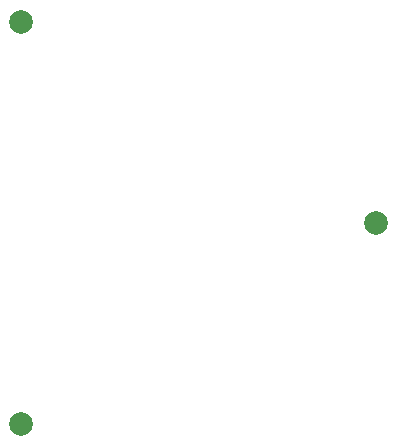
<source format=gbs>
%TF.GenerationSoftware,KiCad,Pcbnew,(6.0.2)*%
%TF.CreationDate,2022-06-23T15:04:17+02:00*%
%TF.ProjectId,touch,746f7563-682e-46b6-9963-61645f706362,rev?*%
%TF.SameCoordinates,Original*%
%TF.FileFunction,Soldermask,Bot*%
%TF.FilePolarity,Negative*%
%FSLAX46Y46*%
G04 Gerber Fmt 4.6, Leading zero omitted, Abs format (unit mm)*
G04 Created by KiCad (PCBNEW (6.0.2)) date 2022-06-23 15:04:17*
%MOMM*%
%LPD*%
G01*
G04 APERTURE LIST*
%ADD10C,2.000000*%
G04 APERTURE END LIST*
D10*
%TO.C,T1*%
X-10000000Y-17000000D03*
X20000000Y0D03*
X-10000000Y17000000D03*
%TD*%
M02*

</source>
